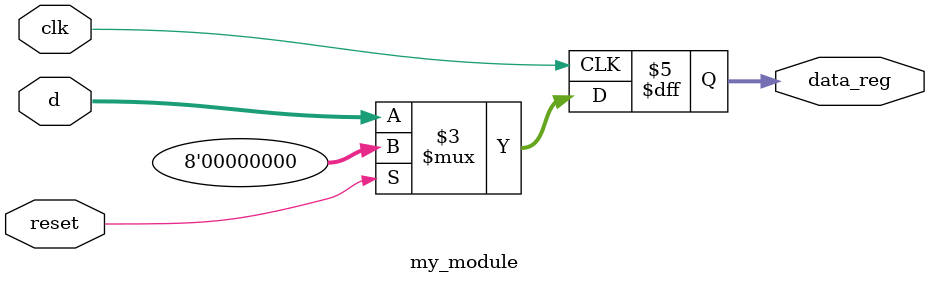
<source format=sv>
module my_module (
    input logic clk,
    input logic reset,
    input logic [7:0] d,
    output logic [7:0] data_reg
);

always @(posedge clk) begin
    if (reset) begin
        data_reg <= 8'b0;
    end else begin
        data_reg <= d;
    end
end

endmodule
</source>
